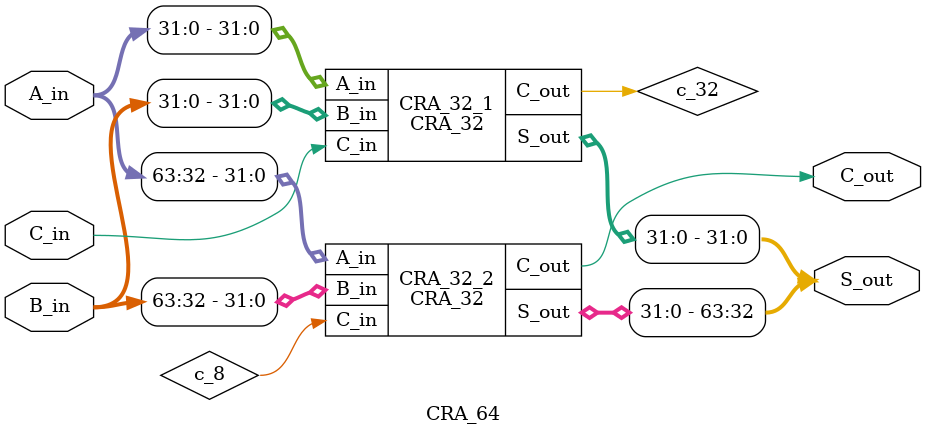
<source format=v>

module CRA_2
(
    input [1:0] A_in,
    input [1:0] B_in,
    input C_in,
    output [1:0] S_out,
    output C_out
);

    wire c_1;

    FA FA_1 (.A_in(A_in[0]), .B_in(B_in[0]), .C_in(C_in), .S_out(S_out[0]), .C_out(c_1));
    FA FA_2 (.A_in(A_in[1]), .B_in(B_in[1]), .C_in(c_1), .S_out(S_out[1]), .C_out(C_out));
endmodule


module CRA_4
(
    input [3:0] A_in,
    input [3:0] B_in,
    input C_in,
    output [3:0] S_out,
    output C_out
);

    wire c_2;

    CRA_2 CRA_2_1 (.A_in(A_in[1:0]), .B_in(B_in[1:0]), .C_in(C_in), .S_out(S_out[1:0]), .C_out(c_2));
    CRA_2 CRA_2_2 (.A_in(A_in[3:2]), .B_in(B_in[3:2]), .C_in(c_2), .S_out(S_out[3:2]), .C_out(C_out));
endmodule


module CRA_8
(
    input [7:0] A_in,
    input [7:0] B_in,
    input C_in,
    output [7:0] S_out,
    output C_out
);

    wire c_4;

    CRA_4 CRA_4_1 (.A_in(A_in[3:0]), .B_in(B_in[3:0]), .C_in(C_in), .S_out(S_out[3:0]), .C_out(c_4));
    CRA_4 CRA_4_2 (.A_in(A_in[7:4]), .B_in(B_in[7:4]), .C_in(c_4), .S_out(S_out[7:4]), .C_out(C_out));
endmodule


module CRA_16
(
    input [15:0] A_in,
    input [15:0] B_in,
    input C_in,
    output [15:0] S_out,
    output C_out
);

    wire c_8;

    CRA_8 CRA_8_1 (.A_in(A_in[7:0]), .B_in(B_in[7:0]), .C_in(C_in), .S_out(S_out[7:0]), .C_out(c_8));
    CRA_8 CRA_8_2 (.A_in(A_in[15:8]), .B_in(B_in[15:8]), .C_in(c_8), .S_out(S_out[15:8]), .C_out(C_out));
endmodule


module CRA_32
(
    input [31:0] A_in,
    input [31:0] B_in,
    input C_in,
    output [31:0] S_out,
    output C_out
);

    wire c_16;

    CRA_8 CRA_8_1 (.A_in(A_in[15:0]), .B_in(B_in[15:0]), .C_in(C_in), .S_out(S_out[15:0]), .C_out(c_16));
    CRA_8 CRA_8_2 (.A_in(A_in[31:16]), .B_in(B_in[31:16]), .C_in(c_8), .S_out(S_out[31:16]), .C_out(C_out));
endmodule


module CRA_64
(
    input [64:0] A_in,
    input [64:0] B_in,
    input C_in,
    output [64:0] S_out,
    output C_out
);

    wire c_32;

    CRA_32 CRA_32_1 (.A_in(A_in[31:0]), .B_in(B_in[31:0]), .C_in(C_in), .S_out(S_out[31:0]), .C_out(c_32));
    CRA_32 CRA_32_2 (.A_in(A_in[63:32]), .B_in(B_in[63:32]), .C_in(c_8), .S_out(S_out[63:32]), .C_out(C_out));
endmodule
</source>
